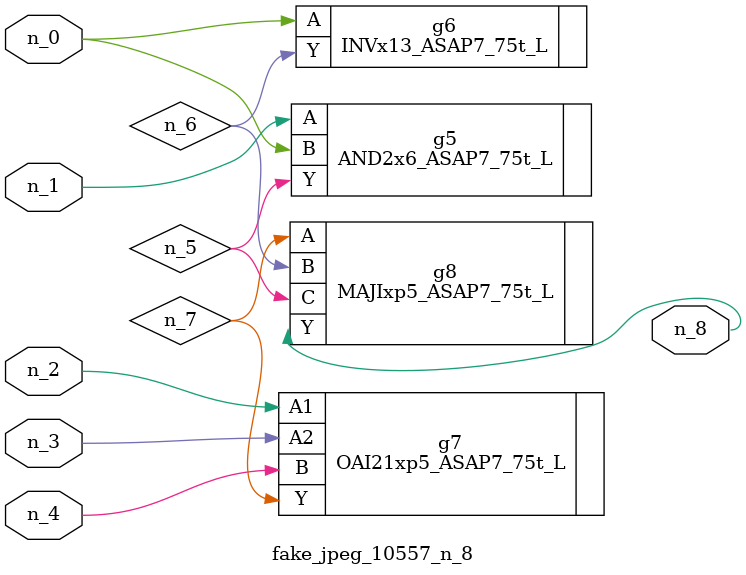
<source format=v>
module fake_jpeg_10557_n_8 (n_3, n_2, n_1, n_0, n_4, n_8);

input n_3;
input n_2;
input n_1;
input n_0;
input n_4;

output n_8;

wire n_6;
wire n_5;
wire n_7;

AND2x6_ASAP7_75t_L g5 ( 
.A(n_1),
.B(n_0),
.Y(n_5)
);

INVx13_ASAP7_75t_L g6 ( 
.A(n_0),
.Y(n_6)
);

OAI21xp5_ASAP7_75t_L g7 ( 
.A1(n_2),
.A2(n_3),
.B(n_4),
.Y(n_7)
);

MAJIxp5_ASAP7_75t_L g8 ( 
.A(n_7),
.B(n_6),
.C(n_5),
.Y(n_8)
);


endmodule
</source>
